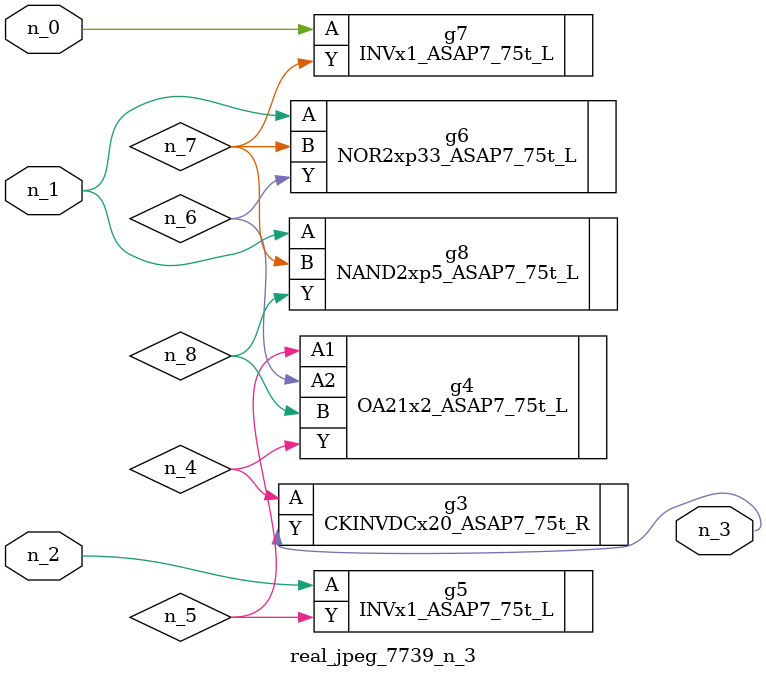
<source format=v>
module real_jpeg_7739_n_3 (n_1, n_0, n_2, n_3);

input n_1;
input n_0;
input n_2;

output n_3;

wire n_5;
wire n_4;
wire n_8;
wire n_6;
wire n_7;

INVx1_ASAP7_75t_L g7 ( 
.A(n_0),
.Y(n_7)
);

NOR2xp33_ASAP7_75t_L g6 ( 
.A(n_1),
.B(n_7),
.Y(n_6)
);

NAND2xp5_ASAP7_75t_L g8 ( 
.A(n_1),
.B(n_7),
.Y(n_8)
);

INVx1_ASAP7_75t_L g5 ( 
.A(n_2),
.Y(n_5)
);

CKINVDCx20_ASAP7_75t_R g3 ( 
.A(n_4),
.Y(n_3)
);

OA21x2_ASAP7_75t_L g4 ( 
.A1(n_5),
.A2(n_6),
.B(n_8),
.Y(n_4)
);


endmodule
</source>
